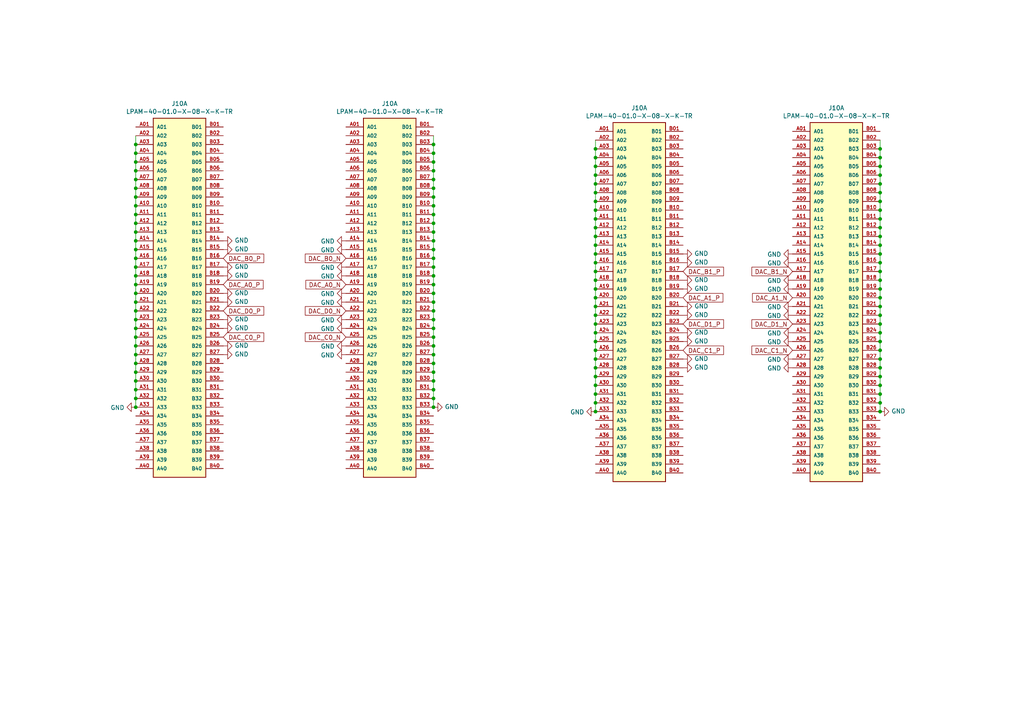
<source format=kicad_sch>
(kicad_sch (version 20211123) (generator eeschema)
  (paper "A4")
  (lib_symbols
    (symbol "RFSoC_Frontend_v0.1-rescue:LPAM-40-01.0-X-08-X-K-TR-SAMTEC-LPAM-RFSoC_Frontend_v0.1-rescue" (pin_names (offset 1.016))
      (property "Reference" "J" (at -7.62 51.562 0))
      (property "Value" "LPAM-40-01.0-X-08-X-K-TR-SAMTEC-LPAM-RFSoC_Frontend_v0.1-rescue" (at -7.62 -55.88 0))
      (symbol "LPAM-40-01.0-X-08-X-K-TR-SAMTEC-LPAM-RFSoC_Frontend_v0.1-rescue_1_0"
        (rectangle (start -7.62 -53.34) (end 7.62 50.8) (stroke (width 0.254)) (fill (type background)))
        (pin passive line (at -12.7 48.26 0) (length 5.08) (name "A01") (number "A01"))
        (pin passive line (at -12.7 45.72 0) (length 5.08) (name "A02") (number "A02"))
        (pin passive line (at -12.7 43.18 0) (length 5.08) (name "A03") (number "A03"))
        (pin passive line (at -12.7 40.64 0) (length 5.08) (name "A04") (number "A04"))
        (pin passive line (at -12.7 38.1 0) (length 5.08) (name "A05") (number "A05"))
        (pin passive line (at -12.7 35.56 0) (length 5.08) (name "A06") (number "A06"))
        (pin passive line (at -12.7 33.02 0) (length 5.08) (name "A07") (number "A07"))
        (pin passive line (at -12.7 30.48 0) (length 5.08) (name "A08") (number "A08"))
        (pin passive line (at -12.7 27.94 0) (length 5.08) (name "A09") (number "A09"))
        (pin passive line (at -12.7 25.4 0) (length 5.08) (name "A10") (number "A10"))
        (pin passive line (at -12.7 22.86 0) (length 5.08) (name "A11") (number "A11"))
        (pin passive line (at -12.7 20.32 0) (length 5.08) (name "A12") (number "A12"))
        (pin passive line (at -12.7 17.78 0) (length 5.08) (name "A13") (number "A13"))
        (pin passive line (at -12.7 15.24 0) (length 5.08) (name "A14") (number "A14"))
        (pin passive line (at -12.7 12.7 0) (length 5.08) (name "A15") (number "A15"))
        (pin passive line (at -12.7 10.16 0) (length 5.08) (name "A16") (number "A16"))
        (pin passive line (at -12.7 7.62 0) (length 5.08) (name "A17") (number "A17"))
        (pin passive line (at -12.7 5.08 0) (length 5.08) (name "A18") (number "A18"))
        (pin passive line (at -12.7 2.54 0) (length 5.08) (name "A19") (number "A19"))
        (pin passive line (at -12.7 0 0) (length 5.08) (name "A20") (number "A20"))
        (pin passive line (at -12.7 -2.54 0) (length 5.08) (name "A21") (number "A21"))
        (pin passive line (at -12.7 -5.08 0) (length 5.08) (name "A22") (number "A22"))
        (pin passive line (at -12.7 -7.62 0) (length 5.08) (name "A23") (number "A23"))
        (pin passive line (at -12.7 -10.16 0) (length 5.08) (name "A24") (number "A24"))
        (pin passive line (at -12.7 -12.7 0) (length 5.08) (name "A25") (number "A25"))
        (pin passive line (at -12.7 -15.24 0) (length 5.08) (name "A26") (number "A26"))
        (pin passive line (at -12.7 -17.78 0) (length 5.08) (name "A27") (number "A27"))
        (pin passive line (at -12.7 -20.32 0) (length 5.08) (name "A28") (number "A28"))
        (pin passive line (at -12.7 -22.86 0) (length 5.08) (name "A29") (number "A29"))
        (pin passive line (at -12.7 -25.4 0) (length 5.08) (name "A30") (number "A30"))
        (pin passive line (at -12.7 -27.94 0) (length 5.08) (name "A31") (number "A31"))
        (pin passive line (at -12.7 -30.48 0) (length 5.08) (name "A32") (number "A32"))
        (pin passive line (at -12.7 -33.02 0) (length 5.08) (name "A33") (number "A33"))
        (pin passive line (at -12.7 -35.56 0) (length 5.08) (name "A34") (number "A34"))
        (pin passive line (at -12.7 -38.1 0) (length 5.08) (name "A35") (number "A35"))
        (pin passive line (at -12.7 -40.64 0) (length 5.08) (name "A36") (number "A36"))
        (pin passive line (at -12.7 -43.18 0) (length 5.08) (name "A37") (number "A37"))
        (pin passive line (at -12.7 -45.72 0) (length 5.08) (name "A38") (number "A38"))
        (pin passive line (at -12.7 -48.26 0) (length 5.08) (name "A39") (number "A39"))
        (pin passive line (at -12.7 -50.8 0) (length 5.08) (name "A40") (number "A40"))
        (pin passive line (at 12.7 48.26 180) (length 5.08) (name "B01") (number "B01"))
        (pin passive line (at 12.7 45.72 180) (length 5.08) (name "B02") (number "B02"))
        (pin passive line (at 12.7 43.18 180) (length 5.08) (name "B03") (number "B03"))
        (pin passive line (at 12.7 40.64 180) (length 5.08) (name "B04") (number "B04"))
        (pin passive line (at 12.7 38.1 180) (length 5.08) (name "B05") (number "B05"))
        (pin passive line (at 12.7 35.56 180) (length 5.08) (name "B06") (number "B06"))
        (pin passive line (at 12.7 33.02 180) (length 5.08) (name "B07") (number "B07"))
        (pin passive line (at 12.7 30.48 180) (length 5.08) (name "B08") (number "B08"))
        (pin passive line (at 12.7 27.94 180) (length 5.08) (name "B09") (number "B09"))
        (pin passive line (at 12.7 25.4 180) (length 5.08) (name "B10") (number "B10"))
        (pin passive line (at 12.7 22.86 180) (length 5.08) (name "B11") (number "B11"))
        (pin passive line (at 12.7 20.32 180) (length 5.08) (name "B12") (number "B12"))
        (pin passive line (at 12.7 17.78 180) (length 5.08) (name "B13") (number "B13"))
        (pin passive line (at 12.7 15.24 180) (length 5.08) (name "B14") (number "B14"))
        (pin passive line (at 12.7 12.7 180) (length 5.08) (name "B15") (number "B15"))
        (pin passive line (at 12.7 10.16 180) (length 5.08) (name "B16") (number "B16"))
        (pin passive line (at 12.7 7.62 180) (length 5.08) (name "B17") (number "B17"))
        (pin passive line (at 12.7 5.08 180) (length 5.08) (name "B18") (number "B18"))
        (pin passive line (at 12.7 2.54 180) (length 5.08) (name "B19") (number "B19"))
        (pin passive line (at 12.7 0 180) (length 5.08) (name "B20") (number "B20"))
        (pin passive line (at 12.7 -2.54 180) (length 5.08) (name "B21") (number "B21"))
        (pin passive line (at 12.7 -5.08 180) (length 5.08) (name "B22") (number "B22"))
        (pin passive line (at 12.7 -7.62 180) (length 5.08) (name "B23") (number "B23"))
        (pin passive line (at 12.7 -10.16 180) (length 5.08) (name "B24") (number "B24"))
        (pin passive line (at 12.7 -12.7 180) (length 5.08) (name "B25") (number "B25"))
        (pin passive line (at 12.7 -15.24 180) (length 5.08) (name "B26") (number "B26"))
        (pin passive line (at 12.7 -17.78 180) (length 5.08) (name "B27") (number "B27"))
        (pin passive line (at 12.7 -20.32 180) (length 5.08) (name "B28") (number "B28"))
        (pin passive line (at 12.7 -22.86 180) (length 5.08) (name "B29") (number "B29"))
        (pin passive line (at 12.7 -25.4 180) (length 5.08) (name "B30") (number "B30"))
        (pin passive line (at 12.7 -27.94 180) (length 5.08) (name "B31") (number "B31"))
        (pin passive line (at 12.7 -30.48 180) (length 5.08) (name "B32") (number "B32"))
        (pin passive line (at 12.7 -33.02 180) (length 5.08) (name "B33") (number "B33"))
        (pin passive line (at 12.7 -35.56 180) (length 5.08) (name "B34") (number "B34"))
        (pin passive line (at 12.7 -38.1 180) (length 5.08) (name "B35") (number "B35"))
        (pin passive line (at 12.7 -40.64 180) (length 5.08) (name "B36") (number "B36"))
        (pin passive line (at 12.7 -43.18 180) (length 5.08) (name "B37") (number "B37"))
        (pin passive line (at 12.7 -45.72 180) (length 5.08) (name "B38") (number "B38"))
        (pin passive line (at 12.7 -48.26 180) (length 5.08) (name "B39") (number "B39"))
        (pin passive line (at 12.7 -50.8 180) (length 5.08) (name "B40") (number "B40"))
      )
      (symbol "LPAM-40-01.0-X-08-X-K-TR-SAMTEC-LPAM-RFSoC_Frontend_v0.1-rescue_2_0"
        (rectangle (start -7.62 -53.34) (end 7.62 50.8) (stroke (width 0.254)) (fill (type background)))
        (pin passive line (at -12.7 48.26 0) (length 5.08) (name "C01") (number "C01"))
        (pin passive line (at -12.7 45.72 0) (length 5.08) (name "C02") (number "C02"))
        (pin passive line (at -12.7 43.18 0) (length 5.08) (name "C03") (number "C03"))
        (pin passive line (at -12.7 40.64 0) (length 5.08) (name "C04") (number "C04"))
        (pin passive line (at -12.7 38.1 0) (length 5.08) (name "C05") (number "C05"))
        (pin passive line (at -12.7 35.56 0) (length 5.08) (name "C06") (number "C06"))
        (pin passive line (at -12.7 33.02 0) (length 5.08) (name "C07") (number "C07"))
        (pin passive line (at -12.7 30.48 0) (length 5.08) (name "C08") (number "C08"))
        (pin passive line (at -12.7 27.94 0) (length 5.08) (name "C09") (number "C09"))
        (pin passive line (at -12.7 25.4 0) (length 5.08) (name "C10") (number "C10"))
        (pin passive line (at -12.7 22.86 0) (length 5.08) (name "C11") (number "C11"))
        (pin passive line (at -12.7 20.32 0) (length 5.08) (name "C12") (number "C12"))
        (pin passive line (at -12.7 17.78 0) (length 5.08) (name "C13") (number "C13"))
        (pin passive line (at -12.7 15.24 0) (length 5.08) (name "C14") (number "C14"))
        (pin passive line (at -12.7 12.7 0) (length 5.08) (name "C15") (number "C15"))
        (pin passive line (at -12.7 10.16 0) (length 5.08) (name "C16") (number "C16"))
        (pin passive line (at -12.7 7.62 0) (length 5.08) (name "C17") (number "C17"))
        (pin passive line (at -12.7 5.08 0) (length 5.08) (name "C18") (number "C18"))
        (pin passive line (at -12.7 2.54 0) (length 5.08) (name "C19") (number "C19"))
        (pin passive line (at -12.7 0 0) (length 5.08) (name "C20") (number "C20"))
        (pin passive line (at -12.7 -2.54 0) (length 5.08) (name "C21") (number "C21"))
        (pin passive line (at -12.7 -5.08 0) (length 5.08) (name "C22") (number "C22"))
        (pin passive line (at -12.7 -7.62 0) (length 5.08) (name "C23") (number "C23"))
        (pin passive line (at -12.7 -10.16 0) (length 5.08) (name "C24") (number "C24"))
        (pin passive line (at -12.7 -12.7 0) (length 5.08) (name "C25") (number "C25"))
        (pin passive line (at -12.7 -15.24 0) (length 5.08) (name "C26") (number "C26"))
        (pin passive line (at -12.7 -17.78 0) (length 5.08) (name "C27") (number "C27"))
        (pin passive line (at -12.7 -20.32 0) (length 5.08) (name "C28") (number "C28"))
        (pin passive line (at -12.7 -22.86 0) (length 5.08) (name "C29") (number "C29"))
        (pin passive line (at -12.7 -25.4 0) (length 5.08) (name "C30") (number "C30"))
        (pin passive line (at -12.7 -27.94 0) (length 5.08) (name "C31") (number "C31"))
        (pin passive line (at -12.7 -30.48 0) (length 5.08) (name "C32") (number "C32"))
        (pin passive line (at -12.7 -33.02 0) (length 5.08) (name "C33") (number "C33"))
        (pin passive line (at -12.7 -35.56 0) (length 5.08) (name "C34") (number "C34"))
        (pin passive line (at -12.7 -38.1 0) (length 5.08) (name "C35") (number "C35"))
        (pin passive line (at -12.7 -40.64 0) (length 5.08) (name "C36") (number "C36"))
        (pin passive line (at -12.7 -43.18 0) (length 5.08) (name "C37") (number "C37"))
        (pin passive line (at -12.7 -45.72 0) (length 5.08) (name "C38") (number "C38"))
        (pin passive line (at -12.7 -48.26 0) (length 5.08) (name "C39") (number "C39"))
        (pin passive line (at -12.7 -50.8 0) (length 5.08) (name "C40") (number "C40"))
        (pin passive line (at 12.7 48.26 180) (length 5.08) (name "D01") (number "D01"))
        (pin passive line (at 12.7 45.72 180) (length 5.08) (name "D02") (number "D02"))
        (pin passive line (at 12.7 43.18 180) (length 5.08) (name "D03") (number "D03"))
        (pin passive line (at 12.7 40.64 180) (length 5.08) (name "D04") (number "D04"))
        (pin passive line (at 12.7 38.1 180) (length 5.08) (name "D05") (number "D05"))
        (pin passive line (at 12.7 35.56 180) (length 5.08) (name "D06") (number "D06"))
        (pin passive line (at 12.7 33.02 180) (length 5.08) (name "D07") (number "D07"))
        (pin passive line (at 12.7 30.48 180) (length 5.08) (name "D08") (number "D08"))
        (pin passive line (at 12.7 27.94 180) (length 5.08) (name "D09") (number "D09"))
        (pin passive line (at 12.7 25.4 180) (length 5.08) (name "D10") (number "D10"))
        (pin passive line (at 12.7 22.86 180) (length 5.08) (name "D11") (number "D11"))
        (pin passive line (at 12.7 20.32 180) (length 5.08) (name "D12") (number "D12"))
        (pin passive line (at 12.7 17.78 180) (length 5.08) (name "D13") (number "D13"))
        (pin passive line (at 12.7 15.24 180) (length 5.08) (name "D14") (number "D14"))
        (pin passive line (at 12.7 12.7 180) (length 5.08) (name "D15") (number "D15"))
        (pin passive line (at 12.7 10.16 180) (length 5.08) (name "D16") (number "D16"))
        (pin passive line (at 12.7 7.62 180) (length 5.08) (name "D17") (number "D17"))
        (pin passive line (at 12.7 5.08 180) (length 5.08) (name "D18") (number "D18"))
        (pin passive line (at 12.7 2.54 180) (length 5.08) (name "D19") (number "D19"))
        (pin passive line (at 12.7 0 180) (length 5.08) (name "D20") (number "D20"))
        (pin passive line (at 12.7 -2.54 180) (length 5.08) (name "D21") (number "D21"))
        (pin passive line (at 12.7 -5.08 180) (length 5.08) (name "D22") (number "D22"))
        (pin passive line (at 12.7 -7.62 180) (length 5.08) (name "D23") (number "D23"))
        (pin passive line (at 12.7 -10.16 180) (length 5.08) (name "D24") (number "D24"))
        (pin passive line (at 12.7 -12.7 180) (length 5.08) (name "D25") (number "D25"))
        (pin passive line (at 12.7 -15.24 180) (length 5.08) (name "D26") (number "D26"))
        (pin passive line (at 12.7 -17.78 180) (length 5.08) (name "D27") (number "D27"))
        (pin passive line (at 12.7 -20.32 180) (length 5.08) (name "D28") (number "D28"))
        (pin passive line (at 12.7 -22.86 180) (length 5.08) (name "D29") (number "D29"))
        (pin passive line (at 12.7 -25.4 180) (length 5.08) (name "D30") (number "D30"))
        (pin passive line (at 12.7 -27.94 180) (length 5.08) (name "D31") (number "D31"))
        (pin passive line (at 12.7 -30.48 180) (length 5.08) (name "D32") (number "D32"))
        (pin passive line (at 12.7 -33.02 180) (length 5.08) (name "D33") (number "D33"))
        (pin passive line (at 12.7 -35.56 180) (length 5.08) (name "D34") (number "D34"))
        (pin passive line (at 12.7 -38.1 180) (length 5.08) (name "D35") (number "D35"))
        (pin passive line (at 12.7 -40.64 180) (length 5.08) (name "D36") (number "D36"))
        (pin passive line (at 12.7 -43.18 180) (length 5.08) (name "D37") (number "D37"))
        (pin passive line (at 12.7 -45.72 180) (length 5.08) (name "D38") (number "D38"))
        (pin passive line (at 12.7 -48.26 180) (length 5.08) (name "D39") (number "D39"))
        (pin passive line (at 12.7 -50.8 180) (length 5.08) (name "D40") (number "D40"))
      )
      (symbol "LPAM-40-01.0-X-08-X-K-TR-SAMTEC-LPAM-RFSoC_Frontend_v0.1-rescue_3_0"
        (rectangle (start -7.62 -53.34) (end 7.62 50.8) (stroke (width 0.254)) (fill (type background)))
        (pin passive line (at -12.7 48.26 0) (length 5.08) (name "E01") (number "E01"))
        (pin passive line (at -12.7 45.72 0) (length 5.08) (name "E02") (number "E02"))
        (pin passive line (at -12.7 43.18 0) (length 5.08) (name "E03") (number "E03"))
        (pin passive line (at -12.7 40.64 0) (length 5.08) (name "E04") (number "E04"))
        (pin passive line (at -12.7 38.1 0) (length 5.08) (name "E05") (number "E05"))
        (pin passive line (at -12.7 35.56 0) (length 5.08) (name "E06") (number "E06"))
        (pin passive line (at -12.7 33.02 0) (length 5.08) (name "E07") (number "E07"))
        (pin passive line (at -12.7 30.48 0) (length 5.08) (name "E08") (number "E08"))
        (pin passive line (at -12.7 27.94 0) (length 5.08) (name "E09") (number "E09"))
        (pin passive line (at -12.7 25.4 0) (length 5.08) (name "E10") (number "E10"))
        (pin passive line (at -12.7 22.86 0) (length 5.08) (name "E11") (number "E11"))
        (pin passive line (at -12.7 20.32 0) (length 5.08) (name "E12") (number "E12"))
        (pin passive line (at -12.7 17.78 0) (length 5.08) (name "E13") (number "E13"))
        (pin passive line (at -12.7 15.24 0) (length 5.08) (name "E14") (number "E14"))
        (pin passive line (at -12.7 12.7 0) (length 5.08) (name "E15") (number "E15"))
        (pin passive line (at -12.7 10.16 0) (length 5.08) (name "E16") (number "E16"))
        (pin passive line (at -12.7 7.62 0) (length 5.08) (name "E17") (number "E17"))
        (pin passive line (at -12.7 5.08 0) (length 5.08) (name "E18") (number "E18"))
        (pin passive line (at -12.7 2.54 0) (length 5.08) (name "E19") (number "E19"))
        (pin passive line (at -12.7 0 0) (length 5.08) (name "E20") (number "E20"))
        (pin passive line (at -12.7 -2.54 0) (length 5.08) (name "E21") (number "E21"))
        (pin passive line (at -12.7 -5.08 0) (length 5.08) (name "E22") (number "E22"))
        (pin passive line (at -12.7 -7.62 0) (length 5.08) (name "E23") (number "E23"))
        (pin passive line (at -12.7 -10.16 0) (length 5.08) (name "E24") (number "E24"))
        (pin passive line (at -12.7 -12.7 0) (length 5.08) (name "E25") (number "E25"))
        (pin passive line (at -12.7 -15.24 0) (length 5.08) (name "E26") (number "E26"))
        (pin passive line (at -12.7 -17.78 0) (length 5.08) (name "E27") (number "E27"))
        (pin passive line (at -12.7 -20.32 0) (length 5.08) (name "E28") (number "E28"))
        (pin passive line (at -12.7 -22.86 0) (length 5.08) (name "E29") (number "E29"))
        (pin passive line (at -12.7 -25.4 0) (length 5.08) (name "E30") (number "E30"))
        (pin passive line (at -12.7 -27.94 0) (length 5.08) (name "E31") (number "E31"))
        (pin passive line (at -12.7 -30.48 0) (length 5.08) (name "E32") (number "E32"))
        (pin passive line (at -12.7 -33.02 0) (length 5.08) (name "E33") (number "E33"))
        (pin passive line (at -12.7 -35.56 0) (length 5.08) (name "E34") (number "E34"))
        (pin passive line (at -12.7 -38.1 0) (length 5.08) (name "E35") (number "E35"))
        (pin passive line (at -12.7 -40.64 0) (length 5.08) (name "E36") (number "E36"))
        (pin passive line (at -12.7 -43.18 0) (length 5.08) (name "E37") (number "E37"))
        (pin passive line (at -12.7 -45.72 0) (length 5.08) (name "E38") (number "E38"))
        (pin passive line (at -12.7 -48.26 0) (length 5.08) (name "E39") (number "E39"))
        (pin passive line (at -12.7 -50.8 0) (length 5.08) (name "E40") (number "E40"))
        (pin passive line (at 12.7 48.26 180) (length 5.08) (name "F01") (number "F01"))
        (pin passive line (at 12.7 45.72 180) (length 5.08) (name "F02") (number "F02"))
        (pin passive line (at 12.7 43.18 180) (length 5.08) (name "F03") (number "F03"))
        (pin passive line (at 12.7 40.64 180) (length 5.08) (name "F04") (number "F04"))
        (pin passive line (at 12.7 38.1 180) (length 5.08) (name "F05") (number "F05"))
        (pin passive line (at 12.7 35.56 180) (length 5.08) (name "F06") (number "F06"))
        (pin passive line (at 12.7 33.02 180) (length 5.08) (name "F07") (number "F07"))
        (pin passive line (at 12.7 30.48 180) (length 5.08) (name "F08") (number "F08"))
        (pin passive line (at 12.7 27.94 180) (length 5.08) (name "F09") (number "F09"))
        (pin passive line (at 12.7 25.4 180) (length 5.08) (name "F10") (number "F10"))
        (pin passive line (at 12.7 22.86 180) (length 5.08) (name "F11") (number "F11"))
        (pin passive line (at 12.7 20.32 180) (length 5.08) (name "F12") (number "F12"))
        (pin passive line (at 12.7 17.78 180) (length 5.08) (name "F13") (number "F13"))
        (pin passive line (at 12.7 15.24 180) (length 5.08) (name "F14") (number "F14"))
        (pin passive line (at 12.7 12.7 180) (length 5.08) (name "F15") (number "F15"))
        (pin passive line (at 12.7 10.16 180) (length 5.08) (name "F16") (number "F16"))
        (pin passive line (at 12.7 7.62 180) (length 5.08) (name "F17") (number "F17"))
        (pin passive line (at 12.7 5.08 180) (length 5.08) (name "F18") (number "F18"))
        (pin passive line (at 12.7 2.54 180) (length 5.08) (name "F19") (number "F19"))
        (pin passive line (at 12.7 0 180) (length 5.08) (name "F20") (number "F20"))
        (pin passive line (at 12.7 -2.54 180) (length 5.08) (name "F21") (number "F21"))
        (pin passive line (at 12.7 -5.08 180) (length 5.08) (name "F22") (number "F22"))
        (pin passive line (at 12.7 -7.62 180) (length 5.08) (name "F23") (number "F23"))
        (pin passive line (at 12.7 -10.16 180) (length 5.08) (name "F24") (number "F24"))
        (pin passive line (at 12.7 -12.7 180) (length 5.08) (name "F25") (number "F25"))
        (pin passive line (at 12.7 -15.24 180) (length 5.08) (name "F26") (number "F26"))
        (pin passive line (at 12.7 -17.78 180) (length 5.08) (name "F27") (number "F27"))
        (pin passive line (at 12.7 -20.32 180) (length 5.08) (name "F28") (number "F28"))
        (pin passive line (at 12.7 -22.86 180) (length 5.08) (name "F29") (number "F29"))
        (pin passive line (at 12.7 -25.4 180) (length 5.08) (name "F30") (number "F30"))
        (pin passive line (at 12.7 -27.94 180) (length 5.08) (name "F31") (number "F31"))
        (pin passive line (at 12.7 -30.48 180) (length 5.08) (name "F32") (number "F32"))
        (pin passive line (at 12.7 -33.02 180) (length 5.08) (name "F33") (number "F33"))
        (pin passive line (at 12.7 -35.56 180) (length 5.08) (name "F34") (number "F34"))
        (pin passive line (at 12.7 -38.1 180) (length 5.08) (name "F35") (number "F35"))
        (pin passive line (at 12.7 -40.64 180) (length 5.08) (name "F36") (number "F36"))
        (pin passive line (at 12.7 -43.18 180) (length 5.08) (name "F37") (number "F37"))
        (pin passive line (at 12.7 -45.72 180) (length 5.08) (name "F38") (number "F38"))
        (pin passive line (at 12.7 -48.26 180) (length 5.08) (name "F39") (number "F39"))
        (pin passive line (at 12.7 -50.8 180) (length 5.08) (name "F40") (number "F40"))
      )
      (symbol "LPAM-40-01.0-X-08-X-K-TR-SAMTEC-LPAM-RFSoC_Frontend_v0.1-rescue_4_0"
        (rectangle (start -7.62 -53.34) (end 7.62 50.8) (stroke (width 0.254)) (fill (type background)))
        (pin passive line (at -12.7 48.26 0) (length 5.08) (name "G01") (number "G01"))
        (pin passive line (at -12.7 45.72 0) (length 5.08) (name "G02") (number "G02"))
        (pin passive line (at -12.7 43.18 0) (length 5.08) (name "G03") (number "G03"))
        (pin passive line (at -12.7 40.64 0) (length 5.08) (name "G04") (number "G04"))
        (pin passive line (at -12.7 38.1 0) (length 5.08) (name "G05") (number "G05"))
        (pin passive line (at -12.7 35.56 0) (length 5.08) (name "G06") (number "G06"))
        (pin passive line (at -12.7 33.02 0) (length 5.08) (name "G07") (number "G07"))
        (pin passive line (at -12.7 30.48 0) (length 5.08) (name "G08") (number "G08"))
        (pin passive line (at -12.7 27.94 0) (length 5.08) (name "G09") (number "G09"))
        (pin passive line (at -12.7 25.4 0) (length 5.08) (name "G10") (number "G10"))
        (pin passive line (at -12.7 22.86 0) (length 5.08) (name "G11") (number "G11"))
        (pin passive line (at -12.7 20.32 0) (length 5.08) (name "G12") (number "G12"))
        (pin passive line (at -12.7 17.78 0) (length 5.08) (name "G13") (number "G13"))
        (pin passive line (at -12.7 15.24 0) (length 5.08) (name "G14") (number "G14"))
        (pin passive line (at -12.7 12.7 0) (length 5.08) (name "G15") (number "G15"))
        (pin passive line (at -12.7 10.16 0) (length 5.08) (name "G16") (number "G16"))
        (pin passive line (at -12.7 7.62 0) (length 5.08) (name "G17") (number "G17"))
        (pin passive line (at -12.7 5.08 0) (length 5.08) (name "G18") (number "G18"))
        (pin passive line (at -12.7 2.54 0) (length 5.08) (name "G19") (number "G19"))
        (pin passive line (at -12.7 0 0) (length 5.08) (name "G20") (number "G20"))
        (pin passive line (at -12.7 -2.54 0) (length 5.08) (name "G21") (number "G21"))
        (pin passive line (at -12.7 -5.08 0) (length 5.08) (name "G22") (number "G22"))
        (pin passive line (at -12.7 -7.62 0) (length 5.08) (name "G23") (number "G23"))
        (pin passive line (at -12.7 -10.16 0) (length 5.08) (name "G24") (number "G24"))
        (pin passive line (at -12.7 -12.7 0) (length 5.08) (name "G25") (number "G25"))
        (pin passive line (at -12.7 -15.24 0) (length 5.08) (name "G26") (number "G26"))
        (pin passive line (at -12.7 -17.78 0) (length 5.08) (name "G27") (number "G27"))
        (pin passive line (at -12.7 -20.32 0) (length 5.08) (name "G28") (number "G28"))
        (pin passive line (at -12.7 -22.86 0) (length 5.08) (name "G29") (number "G29"))
        (pin passive line (at -12.7 -25.4 0) (length 5.08) (name "G30") (number "G30"))
        (pin passive line (at -12.7 -27.94 0) (length 5.08) (name "G31") (number "G31"))
        (pin passive line (at -12.7 -30.48 0) (length 5.08) (name "G32") (number "G32"))
        (pin passive line (at -12.7 -33.02 0) (length 5.08) (name "G33") (number "G33"))
        (pin passive line (at -12.7 -35.56 0) (length 5.08) (name "G34") (number "G34"))
        (pin passive line (at -12.7 -38.1 0) (length 5.08) (name "G35") (number "G35"))
        (pin passive line (at -12.7 -40.64 0) (length 5.08) (name "G36") (number "G36"))
        (pin passive line (at -12.7 -43.18 0) (length 5.08) (name "G37") (number "G37"))
        (pin passive line (at -12.7 -45.72 0) (length 5.08) (name "G38") (number "G38"))
        (pin passive line (at -12.7 -48.26 0) (length 5.08) (name "G39") (number "G39"))
        (pin passive line (at -12.7 -50.8 0) (length 5.08) (name "G40") (number "G40"))
        (pin passive line (at 12.7 48.26 180) (length 5.08) (name "H01") (number "H01"))
        (pin passive line (at 12.7 45.72 180) (length 5.08) (name "H02") (number "H02"))
        (pin passive line (at 12.7 43.18 180) (length 5.08) (name "H03") (number "H03"))
        (pin passive line (at 12.7 40.64 180) (length 5.08) (name "H04") (number "H04"))
        (pin passive line (at 12.7 38.1 180) (length 5.08) (name "H05") (number "H05"))
        (pin passive line (at 12.7 35.56 180) (length 5.08) (name "H06") (number "H06"))
        (pin passive line (at 12.7 33.02 180) (length 5.08) (name "H07") (number "H07"))
        (pin passive line (at 12.7 30.48 180) (length 5.08) (name "H08") (number "H08"))
        (pin passive line (at 12.7 27.94 180) (length 5.08) (name "H09") (number "H09"))
        (pin passive line (at 12.7 25.4 180) (length 5.08) (name "H10") (number "H10"))
        (pin passive line (at 12.7 22.86 180) (length 5.08) (name "H11") (number "H11"))
        (pin passive line (at 12.7 20.32 180) (length 5.08) (name "H12") (number "H12"))
        (pin passive line (at 12.7 17.78 180) (length 5.08) (name "H13") (number "H13"))
        (pin passive line (at 12.7 15.24 180) (length 5.08) (name "H14") (number "H14"))
        (pin passive line (at 12.7 12.7 180) (length 5.08) (name "H15") (number "H15"))
        (pin passive line (at 12.7 10.16 180) (length 5.08) (name "H16") (number "H16"))
        (pin passive line (at 12.7 7.62 180) (length 5.08) (name "H17") (number "H17"))
        (pin passive line (at 12.7 5.08 180) (length 5.08) (name "H18") (number "H18"))
        (pin passive line (at 12.7 2.54 180) (length 5.08) (name "H19") (number "H19"))
        (pin passive line (at 12.7 0 180) (length 5.08) (name "H20") (number "H20"))
        (pin passive line (at 12.7 -2.54 180) (length 5.08) (name "H21") (number "H21"))
        (pin passive line (at 12.7 -5.08 180) (length 5.08) (name "H22") (number "H22"))
        (pin passive line (at 12.7 -7.62 180) (length 5.08) (name "H23") (number "H23"))
        (pin passive line (at 12.7 -10.16 180) (length 5.08) (name "H24") (number "H24"))
        (pin passive line (at 12.7 -12.7 180) (length 5.08) (name "H25") (number "H25"))
        (pin passive line (at 12.7 -15.24 180) (length 5.08) (name "H26") (number "H26"))
        (pin passive line (at 12.7 -17.78 180) (length 5.08) (name "H27") (number "H27"))
        (pin passive line (at 12.7 -20.32 180) (length 5.08) (name "H28") (number "H28"))
        (pin passive line (at 12.7 -22.86 180) (length 5.08) (name "H29") (number "H29"))
        (pin passive line (at 12.7 -25.4 180) (length 5.08) (name "H30") (number "H30"))
        (pin passive line (at 12.7 -27.94 180) (length 5.08) (name "H31") (number "H31"))
        (pin passive line (at 12.7 -30.48 180) (length 5.08) (name "H32") (number "H32"))
        (pin passive line (at 12.7 -33.02 180) (length 5.08) (name "H33") (number "H33"))
        (pin passive line (at 12.7 -35.56 180) (length 5.08) (name "H34") (number "H34"))
        (pin passive line (at 12.7 -38.1 180) (length 5.08) (name "H35") (number "H35"))
        (pin passive line (at 12.7 -40.64 180) (length 5.08) (name "H36") (number "H36"))
        (pin passive line (at 12.7 -43.18 180) (length 5.08) (name "H37") (number "H37"))
        (pin passive line (at 12.7 -45.72 180) (length 5.08) (name "H38") (number "H38"))
        (pin passive line (at 12.7 -48.26 180) (length 5.08) (name "H39") (number "H39"))
        (pin passive line (at 12.7 -50.8 180) (length 5.08) (name "H40") (number "H40"))
      )
    )
    (symbol "power:GND" (power) (pin_names (offset 0))
      (property "Value" "GND" (at 0 -3.81 0))
      (symbol "GND_0_1"
        (polyline (pts (xy 0 0) (xy 0 -1.27) (xy 1.27 -1.27) (xy 0 -2.54) (xy -1.27 -1.27) (xy 0 -1.27)))
      )
      (symbol "GND_1_1"
        (pin power_in line (at 0 0 270) (length 0) hide (name "GND") (number "1"))
      )
    )
  )
  (junction (at 39.37 67.31))
  (junction (at 255.27 106.68))
  (junction (at 125.73 44.45))
  (junction (at 255.27 88.9))
  (junction (at 255.27 71.12))
  (junction (at 39.37 113.03))
  (junction (at 172.72 83.82))
  (junction (at 125.73 74.93))
  (junction (at 255.27 114.3))
  (junction (at 172.72 53.34))
  (junction (at 125.73 41.91))
  (junction (at 255.27 68.58))
  (junction (at 172.72 68.58))
  (junction (at 39.37 100.33))
  (junction (at 125.73 115.57))
  (junction (at 172.72 60.96))
  (junction (at 255.27 76.2))
  (junction (at 255.27 48.26))
  (junction (at 172.72 91.44))
  (junction (at 39.37 77.47))
  (junction (at 125.73 102.87))
  (junction (at 125.73 90.17))
  (junction (at 172.72 96.52))
  (junction (at 172.72 109.22))
  (junction (at 255.27 91.44))
  (junction (at 125.73 80.01))
  (junction (at 255.27 58.42))
  (junction (at 39.37 62.23))
  (junction (at 255.27 119.38))
  (junction (at 125.73 54.61))
  (junction (at 172.72 78.74))
  (junction (at 125.73 105.41))
  (junction (at 39.37 80.01))
  (junction (at 172.72 93.98))
  (junction (at 125.73 92.71))
  (junction (at 255.27 101.6))
  (junction (at 39.37 90.17))
  (junction (at 172.72 73.66))
  (junction (at 39.37 49.53))
  (junction (at 125.73 69.85))
  (junction (at 255.27 116.84))
  (junction (at 172.72 45.72))
  (junction (at 39.37 85.09))
  (junction (at 125.73 100.33))
  (junction (at 39.37 74.93))
  (junction (at 39.37 110.49))
  (junction (at 39.37 59.69))
  (junction (at 125.73 82.55))
  (junction (at 255.27 43.18))
  (junction (at 39.37 82.55))
  (junction (at 125.73 95.25))
  (junction (at 39.37 54.61))
  (junction (at 172.72 88.9))
  (junction (at 172.72 99.06))
  (junction (at 172.72 86.36))
  (junction (at 172.72 66.04))
  (junction (at 39.37 95.25))
  (junction (at 255.27 86.36))
  (junction (at 172.72 111.76))
  (junction (at 39.37 69.85))
  (junction (at 39.37 105.41))
  (junction (at 125.73 52.07))
  (junction (at 39.37 87.63))
  (junction (at 125.73 110.49))
  (junction (at 255.27 81.28))
  (junction (at 125.73 113.03))
  (junction (at 255.27 45.72))
  (junction (at 255.27 96.52))
  (junction (at 172.72 119.38))
  (junction (at 39.37 44.45))
  (junction (at 255.27 93.98))
  (junction (at 172.72 116.84))
  (junction (at 39.37 115.57))
  (junction (at 125.73 64.77))
  (junction (at 172.72 55.88))
  (junction (at 172.72 63.5))
  (junction (at 255.27 66.04))
  (junction (at 255.27 63.5))
  (junction (at 125.73 107.95))
  (junction (at 125.73 59.69))
  (junction (at 172.72 48.26))
  (junction (at 172.72 114.3))
  (junction (at 172.72 58.42))
  (junction (at 39.37 107.95))
  (junction (at 39.37 46.99))
  (junction (at 172.72 43.18))
  (junction (at 125.73 87.63))
  (junction (at 39.37 72.39))
  (junction (at 255.27 53.34))
  (junction (at 172.72 101.6))
  (junction (at 125.73 85.09))
  (junction (at 125.73 97.79))
  (junction (at 255.27 104.14))
  (junction (at 39.37 41.91))
  (junction (at 172.72 104.14))
  (junction (at 125.73 57.15))
  (junction (at 255.27 73.66))
  (junction (at 39.37 97.79))
  (junction (at 172.72 81.28))
  (junction (at 172.72 50.8))
  (junction (at 125.73 77.47))
  (junction (at 125.73 118.11))
  (junction (at 172.72 106.68))
  (junction (at 125.73 62.23))
  (junction (at 255.27 55.88))
  (junction (at 125.73 46.99))
  (junction (at 255.27 60.96))
  (junction (at 255.27 99.06))
  (junction (at 39.37 57.15))
  (junction (at 125.73 72.39))
  (junction (at 39.37 92.71))
  (junction (at 255.27 78.74))
  (junction (at 172.72 71.12))
  (junction (at 39.37 64.77))
  (junction (at 125.73 49.53))
  (junction (at 255.27 83.82))
  (junction (at 255.27 109.22))
  (junction (at 125.73 67.31))
  (junction (at 172.72 76.2))
  (junction (at 39.37 118.11))
  (junction (at 255.27 111.76))
  (junction (at 39.37 102.87))
  (junction (at 255.27 50.8))
  (junction (at 39.37 52.07))
  (wire (pts (xy 39.37 92.71) (xy 39.37 95.25)))
  (wire (pts (xy 125.73 100.33) (xy 125.73 102.87)))
  (wire (pts (xy 125.73 105.41) (xy 125.73 107.95)))
  (wire (pts (xy 255.27 114.3) (xy 255.27 116.84)))
  (wire (pts (xy 172.72 106.68) (xy 172.72 109.22)))
  (wire (pts (xy 172.72 43.18) (xy 172.72 45.72)))
  (wire (pts (xy 125.73 82.55) (xy 125.73 85.09)))
  (wire (pts (xy 172.72 68.58) (xy 172.72 71.12)))
  (wire (pts (xy 125.73 44.45) (xy 125.73 46.99)))
  (wire (pts (xy 125.73 69.85) (xy 125.73 72.39)))
  (wire (pts (xy 172.72 50.8) (xy 172.72 53.34)))
  (wire (pts (xy 255.27 60.96) (xy 255.27 63.5)))
  (wire (pts (xy 255.27 55.88) (xy 255.27 58.42)))
  (wire (pts (xy 39.37 90.17) (xy 39.37 92.71)))
  (wire (pts (xy 172.72 45.72) (xy 172.72 48.26)))
  (wire (pts (xy 172.72 55.88) (xy 172.72 58.42)))
  (wire (pts (xy 172.72 104.14) (xy 172.72 106.68)))
  (wire (pts (xy 172.72 76.2) (xy 172.72 78.74)))
  (wire (pts (xy 255.27 83.82) (xy 255.27 86.36)))
  (wire (pts (xy 125.73 49.53) (xy 125.73 52.07)))
  (wire (pts (xy 255.27 78.74) (xy 255.27 81.28)))
  (wire (pts (xy 39.37 46.99) (xy 39.37 49.53)))
  (wire (pts (xy 172.72 58.42) (xy 172.72 60.96)))
  (wire (pts (xy 255.27 116.84) (xy 255.27 119.38)))
  (wire (pts (xy 172.72 88.9) (xy 172.72 91.44)))
  (wire (pts (xy 125.73 67.31) (xy 125.73 69.85)))
  (wire (pts (xy 255.27 73.66) (xy 255.27 76.2)))
  (wire (pts (xy 39.37 52.07) (xy 39.37 54.61)))
  (wire (pts (xy 39.37 77.47) (xy 39.37 80.01)))
  (wire (pts (xy 172.72 40.64) (xy 172.72 43.18)))
  (wire (pts (xy 172.72 96.52) (xy 172.72 99.06)))
  (wire (pts (xy 255.27 101.6) (xy 255.27 104.14)))
  (wire (pts (xy 125.73 90.17) (xy 125.73 92.71)))
  (wire (pts (xy 125.73 102.87) (xy 125.73 105.41)))
  (wire (pts (xy 39.37 97.79) (xy 39.37 100.33)))
  (wire (pts (xy 125.73 62.23) (xy 125.73 64.77)))
  (wire (pts (xy 172.72 99.06) (xy 172.72 101.6)))
  (wire (pts (xy 255.27 53.34) (xy 255.27 55.88)))
  (wire (pts (xy 39.37 62.23) (xy 39.37 64.77)))
  (wire (pts (xy 39.37 115.57) (xy 39.37 118.11)))
  (wire (pts (xy 255.27 106.68) (xy 255.27 109.22)))
  (wire (pts (xy 125.73 52.07) (xy 125.73 54.61)))
  (wire (pts (xy 255.27 86.36) (xy 255.27 88.9)))
  (wire (pts (xy 39.37 74.93) (xy 39.37 77.47)))
  (wire (pts (xy 172.72 78.74) (xy 172.72 81.28)))
  (wire (pts (xy 255.27 45.72) (xy 255.27 48.26)))
  (wire (pts (xy 255.27 48.26) (xy 255.27 50.8)))
  (wire (pts (xy 172.72 93.98) (xy 172.72 96.52)))
  (wire (pts (xy 172.72 109.22) (xy 172.72 111.76)))
  (wire (pts (xy 125.73 46.99) (xy 125.73 49.53)))
  (wire (pts (xy 255.27 43.18) (xy 255.27 45.72)))
  (wire (pts (xy 255.27 104.14) (xy 255.27 106.68)))
  (wire (pts (xy 172.72 73.66) (xy 172.72 76.2)))
  (wire (pts (xy 125.73 64.77) (xy 125.73 67.31)))
  (wire (pts (xy 172.72 60.96) (xy 172.72 63.5)))
  (wire (pts (xy 39.37 69.85) (xy 39.37 72.39)))
  (wire (pts (xy 255.27 58.42) (xy 255.27 60.96)))
  (wire (pts (xy 39.37 113.03) (xy 39.37 115.57)))
  (wire (pts (xy 255.27 111.76) (xy 255.27 114.3)))
  (wire (pts (xy 255.27 96.52) (xy 255.27 99.06)))
  (wire (pts (xy 255.27 66.04) (xy 255.27 68.58)))
  (wire (pts (xy 125.73 87.63) (xy 125.73 90.17)))
  (wire (pts (xy 39.37 54.61) (xy 39.37 57.15)))
  (wire (pts (xy 172.72 116.84) (xy 172.72 119.38)))
  (wire (pts (xy 255.27 81.28) (xy 255.27 83.82)))
  (wire (pts (xy 39.37 105.41) (xy 39.37 107.95)))
  (wire (pts (xy 172.72 111.76) (xy 172.72 114.3)))
  (wire (pts (xy 39.37 82.55) (xy 39.37 85.09)))
  (wire (pts (xy 39.37 44.45) (xy 39.37 46.99)))
  (wire (pts (xy 125.73 113.03) (xy 125.73 115.57)))
  (wire (pts (xy 125.73 74.93) (xy 125.73 77.47)))
  (wire (pts (xy 39.37 107.95) (xy 39.37 110.49)))
  (wire (pts (xy 255.27 50.8) (xy 255.27 53.34)))
  (wire (pts (xy 125.73 115.57) (xy 125.73 118.11)))
  (wire (pts (xy 39.37 80.01) (xy 39.37 82.55)))
  (wire (pts (xy 255.27 109.22) (xy 255.27 111.76)))
  (wire (pts (xy 125.73 95.25) (xy 125.73 97.79)))
  (wire (pts (xy 39.37 41.91) (xy 39.37 44.45)))
  (wire (pts (xy 125.73 85.09) (xy 125.73 87.63)))
  (wire (pts (xy 172.72 81.28) (xy 172.72 83.82)))
  (wire (pts (xy 255.27 40.64) (xy 255.27 43.18)))
  (wire (pts (xy 172.72 114.3) (xy 172.72 116.84)))
  (wire (pts (xy 172.72 71.12) (xy 172.72 73.66)))
  (wire (pts (xy 172.72 101.6) (xy 172.72 104.14)))
  (wire (pts (xy 125.73 54.61) (xy 125.73 57.15)))
  (wire (pts (xy 39.37 100.33) (xy 39.37 102.87)))
  (wire (pts (xy 255.27 71.12) (xy 255.27 73.66)))
  (wire (pts (xy 172.72 63.5) (xy 172.72 66.04)))
  (wire (pts (xy 39.37 59.69) (xy 39.37 62.23)))
  (wire (pts (xy 255.27 68.58) (xy 255.27 71.12)))
  (wire (pts (xy 39.37 64.77) (xy 39.37 67.31)))
  (wire (pts (xy 125.73 41.91) (xy 125.73 44.45)))
  (wire (pts (xy 125.73 97.79) (xy 125.73 100.33)))
  (wire (pts (xy 39.37 67.31) (xy 39.37 69.85)))
  (wire (pts (xy 125.73 107.95) (xy 125.73 110.49)))
  (wire (pts (xy 125.73 57.15) (xy 125.73 59.69)))
  (wire (pts (xy 255.27 88.9) (xy 255.27 91.44)))
  (wire (pts (xy 172.72 66.04) (xy 172.72 68.58)))
  (wire (pts (xy 39.37 49.53) (xy 39.37 52.07)))
  (wire (pts (xy 39.37 72.39) (xy 39.37 74.93)))
  (wire (pts (xy 125.73 110.49) (xy 125.73 113.03)))
  (wire (pts (xy 39.37 39.37) (xy 39.37 41.91)))
  (wire (pts (xy 255.27 91.44) (xy 255.27 93.98)))
  (wire (pts (xy 39.37 95.25) (xy 39.37 97.79)))
  (wire (pts (xy 39.37 85.09) (xy 39.37 87.63)))
  (wire (pts (xy 172.72 53.34) (xy 172.72 55.88)))
  (wire (pts (xy 125.73 39.37) (xy 125.73 41.91)))
  (wire (pts (xy 172.72 91.44) (xy 172.72 93.98)))
  (wire (pts (xy 39.37 102.87) (xy 39.37 105.41)))
  (wire (pts (xy 125.73 80.01) (xy 125.73 82.55)))
  (wire (pts (xy 125.73 92.71) (xy 125.73 95.25)))
  (wire (pts (xy 172.72 83.82) (xy 172.72 86.36)))
  (wire (pts (xy 125.73 77.47) (xy 125.73 80.01)))
  (wire (pts (xy 172.72 48.26) (xy 172.72 50.8)))
  (wire (pts (xy 125.73 59.69) (xy 125.73 62.23)))
  (wire (pts (xy 39.37 110.49) (xy 39.37 113.03)))
  (wire (pts (xy 39.37 87.63) (xy 39.37 90.17)))
  (wire (pts (xy 255.27 76.2) (xy 255.27 78.74)))
  (wire (pts (xy 125.73 72.39) (xy 125.73 74.93)))
  (wire (pts (xy 255.27 99.06) (xy 255.27 101.6)))
  (wire (pts (xy 39.37 57.15) (xy 39.37 59.69)))
  (wire (pts (xy 172.72 86.36) (xy 172.72 88.9)))
  (wire (pts (xy 255.27 63.5) (xy 255.27 66.04)))
  (wire (pts (xy 255.27 93.98) (xy 255.27 96.52)))
  (global_label "DAC_B0_P" (shape input) (at 64.77 74.93 0) (property "Intersheet References" "${INTERSHEET_REFS}" (effects hide)))
  (global_label "DAC_A0_P" (shape input) (at 64.77 82.55 0) (property "Intersheet References" "${INTERSHEET_REFS}" (effects hide)))
  (global_label "DAC_B1_N" (shape input) (at 229.87 78.74 180) (property "Intersheet References" "${INTERSHEET_REFS}" (effects hide)))
  (global_label "DAC_B1_P" (shape input) (at 198.12 78.74 0) (property "Intersheet References" "${INTERSHEET_REFS}" (effects hide)))
  (global_label "DAC_A0_N" (shape input) (at 100.33 82.55 180) (property "Intersheet References" "${INTERSHEET_REFS}" (effects hide)))
  (global_label "DAC_D0_N" (shape input) (at 100.33 90.17 180) (property "Intersheet References" "${INTERSHEET_REFS}" (effects hide)))
  (global_label "DAC_D1_P" (shape input) (at 198.12 93.98 0) (property "Intersheet References" "${INTERSHEET_REFS}" (effects hide)))
  (global_label "DAC_B0_N" (shape input) (at 100.33 74.93 180) (property "Intersheet References" "${INTERSHEET_REFS}" (effects hide)))
  (global_label "DAC_A1_N" (shape input) (at 229.87 86.36 180) (property "Intersheet References" "${INTERSHEET_REFS}" (effects hide)))
  (global_label "DAC_D1_N" (shape input) (at 229.87 93.98 180) (property "Intersheet References" "${INTERSHEET_REFS}" (effects hide)))
  (global_label "DAC_C0_P" (shape input) (at 64.77 97.79 0) (property "Intersheet References" "${INTERSHEET_REFS}" (effects hide)))
  (global_label "DAC_C1_N" (shape input) (at 229.87 101.6 180) (property "Intersheet References" "${INTERSHEET_REFS}" (effects hide)))
  (global_label "DAC_A1_P" (shape input) (at 198.12 86.36 0) (property "Intersheet References" "${INTERSHEET_REFS}" (effects hide)))
  (global_label "DAC_D0_P" (shape input) (at 64.77 90.17 0) (property "Intersheet References" "${INTERSHEET_REFS}" (effects hide)))
  (global_label "DAC_C1_P" (shape input) (at 198.12 101.6 0) (property "Intersheet References" "${INTERSHEET_REFS}" (effects hide)))
  (global_label "DAC_C0_N" (shape input) (at 100.33 97.79 180) (property "Intersheet References" "${INTERSHEET_REFS}" (effects hide)))
  (symbol (lib_id "RFSoC_Frontend_v0.1-rescue:LPAM-40-01.0-X-08-X-K-TR-SAMTEC-LPAM-RFSoC_Frontend_v0.1-rescue") (at 52.07 85.09 0) (unit 1)
    (property "Reference" "J10" (at 52.07 30.0482 0))
    (property "Value" "LPAM-40-01.0-X-08-X-K-TR" (at 52.07 32.3596 0))
    (property "Footprint" "SAMTEC_LPAM-40-01.0-X-08-X-K-TR" (effects hide))
    (property "MANUFACTURER" "Samtec" (effects hide))
    (property "PARTREV" "E" (effects hide))
    (property "MAXIMUM_PACKAGE_HEIGHT" "3.68mm" (effects hide))
    (property "STANDARD" "Manufacturer Recommendations" (effects hide))
  )
  (symbol (lib_id "RFSoC_Frontend_v0.1-rescue:LPAM-40-01.0-X-08-X-K-TR-SAMTEC-LPAM-RFSoC_Frontend_v0.1-rescue") (at 113.03 85.09 0) (unit 1)
    (property "Reference" "J10" (at 113.03 30.0482 0))
    (property "Value" "LPAM-40-01.0-X-08-X-K-TR" (at 113.03 32.3596 0))
    (property "Footprint" "SAMTEC_LPAM-40-01.0-X-08-X-K-TR" (effects hide))
    (property "MANUFACTURER" "Samtec" (effects hide))
    (property "PARTREV" "E" (effects hide))
    (property "MAXIMUM_PACKAGE_HEIGHT" "3.68mm" (effects hide))
    (property "STANDARD" "Manufacturer Recommendations" (effects hide))
  )
  (symbol (lib_id "RFSoC_Frontend_v0.1-rescue:LPAM-40-01.0-X-08-X-K-TR-SAMTEC-LPAM-RFSoC_Frontend_v0.1-rescue") (at 185.42 86.36 0) (unit 1)
    (property "Reference" "J10" (at 185.42 31.3182 0))
    (property "Value" "LPAM-40-01.0-X-08-X-K-TR" (at 185.42 33.6296 0))
    (property "Footprint" "SAMTEC_LPAM-40-01.0-X-08-X-K-TR" (effects hide))
    (property "MANUFACTURER" "Samtec" (effects hide))
    (property "PARTREV" "E" (effects hide))
    (property "MAXIMUM_PACKAGE_HEIGHT" "3.68mm" (effects hide))
    (property "STANDARD" "Manufacturer Recommendations" (effects hide))
  )
  (symbol (lib_id "RFSoC_Frontend_v0.1-rescue:LPAM-40-01.0-X-08-X-K-TR-SAMTEC-LPAM-RFSoC_Frontend_v0.1-rescue") (at 242.57 86.36 0) (unit 1)
    (property "Reference" "J10" (at 242.57 31.3182 0))
    (property "Value" "LPAM-40-01.0-X-08-X-K-TR" (at 242.57 33.6296 0))
    (property "Footprint" "SAMTEC_LPAM-40-01.0-X-08-X-K-TR" (effects hide))
    (property "MANUFACTURER" "Samtec" (effects hide))
    (property "PARTREV" "E" (effects hide))
    (property "MAXIMUM_PACKAGE_HEIGHT" "3.68mm" (effects hide))
    (property "STANDARD" "Manufacturer Recommendations" (effects hide))
  )
  (symbol (lib_id "power:GND") (at 39.37 118.11 270) (unit 1)
    (property "Reference" "#PWR077" (effects hide))
    (property "Value" "GND" (at 36.1188 118.237 90) (effects (justify right)))
  )
  (symbol (lib_id "power:GND") (at 64.77 69.85 90) (unit 1)
    (property "Reference" "#PWR078" (effects hide))
    (property "Value" "GND" (at 68.0212 69.723 90) (effects (justify right)))
  )
  (symbol (lib_id "power:GND") (at 64.77 72.39 90) (unit 1)
    (property "Reference" "#PWR079" (effects hide))
    (property "Value" "GND" (at 68.0212 72.263 90) (effects (justify right)))
  )
  (symbol (lib_id "power:GND") (at 64.77 77.47 90) (unit 1)
    (property "Reference" "#PWR080" (effects hide))
    (property "Value" "GND" (at 68.0212 77.343 90) (effects (justify right)))
  )
  (symbol (lib_id "power:GND") (at 64.77 80.01 90) (unit 1)
    (property "Reference" "#PWR081" (effects hide))
    (property "Value" "GND" (at 68.0212 79.883 90) (effects (justify right)))
  )
  (symbol (lib_id "power:GND") (at 64.77 85.09 90) (unit 1)
    (property "Reference" "#PWR082" (effects hide))
    (property "Value" "GND" (at 68.0212 84.963 90) (effects (justify right)))
  )
  (symbol (lib_id "power:GND") (at 64.77 87.63 90) (unit 1)
    (property "Reference" "#PWR083" (effects hide))
    (property "Value" "GND" (at 68.0212 87.503 90) (effects (justify right)))
  )
  (symbol (lib_id "power:GND") (at 100.33 72.39 270) (unit 1)
    (property "Reference" "#PWR089" (effects hide))
    (property "Value" "GND" (at 97.0788 72.517 90) (effects (justify right)))
  )
  (symbol (lib_id "power:GND") (at 100.33 69.85 270) (unit 1)
    (property "Reference" "#PWR088" (effects hide))
    (property "Value" "GND" (at 97.0788 69.977 90) (effects (justify right)))
  )
  (symbol (lib_id "power:GND") (at 100.33 80.01 270) (unit 1)
    (property "Reference" "#PWR091" (effects hide))
    (property "Value" "GND" (at 97.0788 80.137 90) (effects (justify right)))
  )
  (symbol (lib_id "power:GND") (at 100.33 77.47 270) (unit 1)
    (property "Reference" "#PWR090" (effects hide))
    (property "Value" "GND" (at 97.0788 77.597 90) (effects (justify right)))
  )
  (symbol (lib_id "power:GND") (at 100.33 87.63 270) (unit 1)
    (property "Reference" "#PWR093" (effects hide))
    (property "Value" "GND" (at 97.0788 87.757 90) (effects (justify right)))
  )
  (symbol (lib_id "power:GND") (at 100.33 85.09 270) (unit 1)
    (property "Reference" "#PWR092" (effects hide))
    (property "Value" "GND" (at 97.0788 85.217 90) (effects (justify right)))
  )
  (symbol (lib_id "power:GND") (at 125.73 118.11 90) (unit 1)
    (property "Reference" "#PWR098" (effects hide))
    (property "Value" "GND" (at 128.9812 117.983 90) (effects (justify right)))
  )
  (symbol (lib_id "power:GND") (at 172.72 119.38 270) (unit 1)
    (property "Reference" "#PWR099" (effects hide))
    (property "Value" "GND" (at 169.4688 119.507 90) (effects (justify right)))
  )
  (symbol (lib_id "power:GND") (at 198.12 73.66 90) (unit 1)
    (property "Reference" "#PWR0100" (effects hide))
    (property "Value" "GND" (at 201.3712 73.533 90) (effects (justify right)))
  )
  (symbol (lib_id "power:GND") (at 198.12 76.2 90) (unit 1)
    (property "Reference" "#PWR0101" (effects hide))
    (property "Value" "GND" (at 201.3712 76.073 90) (effects (justify right)))
  )
  (symbol (lib_id "power:GND") (at 198.12 81.28 90) (unit 1)
    (property "Reference" "#PWR0102" (effects hide))
    (property "Value" "GND" (at 201.3712 81.153 90) (effects (justify right)))
  )
  (symbol (lib_id "power:GND") (at 198.12 83.82 90) (unit 1)
    (property "Reference" "#PWR0103" (effects hide))
    (property "Value" "GND" (at 201.3712 83.693 90) (effects (justify right)))
  )
  (symbol (lib_id "power:GND") (at 198.12 88.9 90) (unit 1)
    (property "Reference" "#PWR0104" (effects hide))
    (property "Value" "GND" (at 201.3712 88.773 90) (effects (justify right)))
  )
  (symbol (lib_id "power:GND") (at 198.12 91.44 90) (unit 1)
    (property "Reference" "#PWR0105" (effects hide))
    (property "Value" "GND" (at 201.3712 91.313 90) (effects (justify right)))
  )
  (symbol (lib_id "power:GND") (at 229.87 91.44 270) (unit 1)
    (property "Reference" "#PWR0115" (effects hide))
    (property "Value" "GND" (at 226.6188 91.567 90) (effects (justify right)))
  )
  (symbol (lib_id "power:GND") (at 229.87 88.9 270) (unit 1)
    (property "Reference" "#PWR0114" (effects hide))
    (property "Value" "GND" (at 226.6188 89.027 90) (effects (justify right)))
  )
  (symbol (lib_id "power:GND") (at 229.87 83.82 270) (unit 1)
    (property "Reference" "#PWR0113" (effects hide))
    (property "Value" "GND" (at 226.6188 83.947 90) (effects (justify right)))
  )
  (symbol (lib_id "power:GND") (at 229.87 81.28 270) (unit 1)
    (property "Reference" "#PWR0112" (effects hide))
    (property "Value" "GND" (at 226.6188 81.407 90) (effects (justify right)))
  )
  (symbol (lib_id "power:GND") (at 229.87 76.2 270) (unit 1)
    (property "Reference" "#PWR0111" (effects hide))
    (property "Value" "GND" (at 226.6188 76.327 90) (effects (justify right)))
  )
  (symbol (lib_id "power:GND") (at 229.87 73.66 270) (unit 1)
    (property "Reference" "#PWR0110" (effects hide))
    (property "Value" "GND" (at 226.6188 73.787 90) (effects (justify right)))
  )
  (symbol (lib_id "power:GND") (at 255.27 119.38 90) (unit 1)
    (property "Reference" "#PWR0120" (effects hide))
    (property "Value" "GND" (at 258.5212 119.253 90) (effects (justify right)))
  )
  (symbol (lib_id "power:GND") (at 64.77 92.71 90) (unit 1)
    (property "Reference" "#PWR084" (effects hide))
    (property "Value" "GND" (at 68.0212 92.583 90) (effects (justify right)))
  )
  (symbol (lib_id "power:GND") (at 64.77 95.25 90) (unit 1)
    (property "Reference" "#PWR085" (effects hide))
    (property "Value" "GND" (at 68.0212 95.123 90) (effects (justify right)))
  )
  (symbol (lib_id "power:GND") (at 64.77 100.33 90) (unit 1)
    (property "Reference" "#PWR086" (effects hide))
    (property "Value" "GND" (at 68.0212 100.203 90) (effects (justify right)))
  )
  (symbol (lib_id "power:GND") (at 64.77 102.87 90) (unit 1)
    (property "Reference" "#PWR087" (effects hide))
    (property "Value" "GND" (at 68.0212 102.743 90) (effects (justify right)))
  )
  (symbol (lib_id "power:GND") (at 100.33 95.25 270) (unit 1)
    (property "Reference" "#PWR095" (effects hide))
    (property "Value" "GND" (at 97.0788 95.377 90) (effects (justify right)))
  )
  (symbol (lib_id "power:GND") (at 100.33 92.71 270) (unit 1)
    (property "Reference" "#PWR094" (effects hide))
    (property "Value" "GND" (at 97.0788 92.837 90) (effects (justify right)))
  )
  (symbol (lib_id "power:GND") (at 100.33 102.87 270) (unit 1)
    (property "Reference" "#PWR097" (effects hide))
    (property "Value" "GND" (at 97.0788 102.997 90) (effects (justify right)))
  )
  (symbol (lib_id "power:GND") (at 100.33 100.33 270) (unit 1)
    (property "Reference" "#PWR096" (effects hide))
    (property "Value" "GND" (at 97.0788 100.457 90) (effects (justify right)))
  )
  (symbol (lib_id "power:GND") (at 198.12 96.52 90) (unit 1)
    (property "Reference" "#PWR0106" (effects hide))
    (property "Value" "GND" (at 201.3712 96.393 90) (effects (justify right)))
  )
  (symbol (lib_id "power:GND") (at 198.12 99.06 90) (unit 1)
    (property "Reference" "#PWR0107" (effects hide))
    (property "Value" "GND" (at 201.3712 98.933 90) (effects (justify right)))
  )
  (symbol (lib_id "power:GND") (at 198.12 104.14 90) (unit 1)
    (property "Reference" "#PWR0108" (effects hide))
    (property "Value" "GND" (at 201.3712 104.013 90) (effects (justify right)))
  )
  (symbol (lib_id "power:GND") (at 198.12 106.68 90) (unit 1)
    (property "Reference" "#PWR0109" (effects hide))
    (property "Value" "GND" (at 201.3712 106.553 90) (effects (justify right)))
  )
  (symbol (lib_id "power:GND") (at 229.87 106.68 270) (unit 1)
    (property "Reference" "#PWR0119" (effects hide))
    (property "Value" "GND" (at 226.6188 106.807 90) (effects (justify right)))
  )
  (symbol (lib_id "power:GND") (at 229.87 104.14 270) (unit 1)
    (property "Reference" "#PWR0118" (effects hide))
    (property "Value" "GND" (at 226.6188 104.267 90) (effects (justify right)))
  )
  (symbol (lib_id "power:GND") (at 229.87 99.06 270) (unit 1)
    (property "Reference" "#PWR0117" (effects hide))
    (property "Value" "GND" (at 226.6188 99.187 90) (effects (justify right)))
  )
  (symbol (lib_id "power:GND") (at 229.87 96.52 270) (unit 1)
    (property "Reference" "#PWR0116" (effects hide))
    (property "Value" "GND" (at 226.6188 96.647 90) (effects (justify right)))
  )
)
</source>
